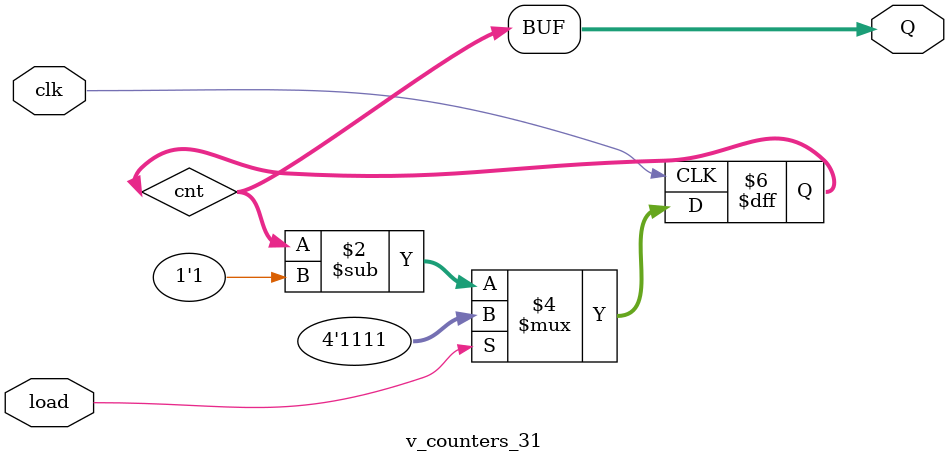
<source format=v>
module v_counters_31 (clk, load, Q);

    parameter  WIDTH = 4;
    input   clk;
    input   load;
    output  [WIDTH-1:0] Q;
    reg     [WIDTH-1:0] cnt;

    always @(posedge clk)
    begin
        if (load)
            cnt <= {WIDTH{1'b1}};
        else
            cnt <= cnt - 1'b1;
    end

    assign Q = cnt;
    
endmodule

</source>
